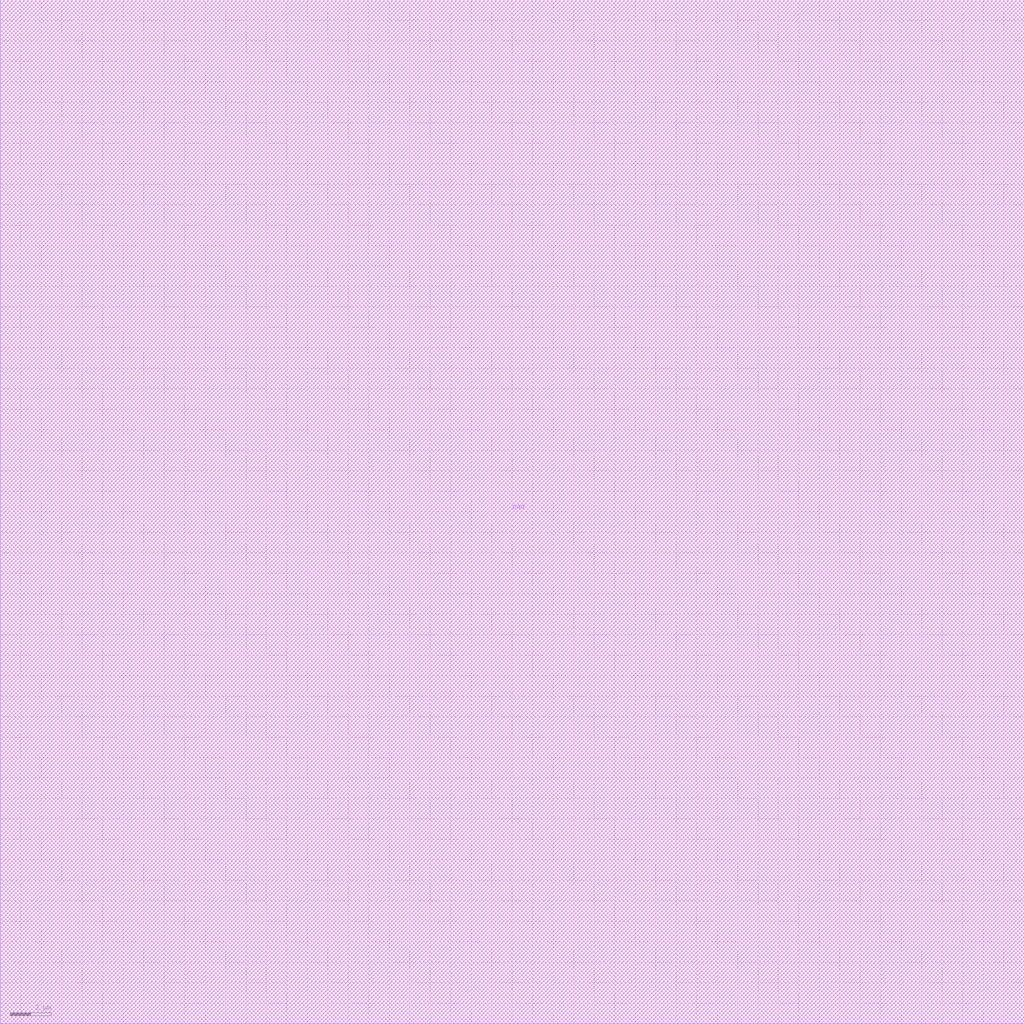
<source format=lef>
VERSION 5.8 ;

MACRO bondpad_50x50
  CLASS COVER ;
  ORIGIN 0 0 ;
  FOREIGN bondpad_50x50 0 0 ;
  SIZE 50.0 BY 50.0 ;
  SYMMETRY X Y R90 ;
  SITE IOSite ;
  PIN pad
    USE SIGNAL ;
    PORT
      LAYER T4M2 ;
        RECT 0 0 50.0 50.0 ;
    END
  END pad

  OBS
    LAYER T4M2 ;
      RECT 0 0 50.0 50.0 ;
  END
END bondpad_50x50

</source>
